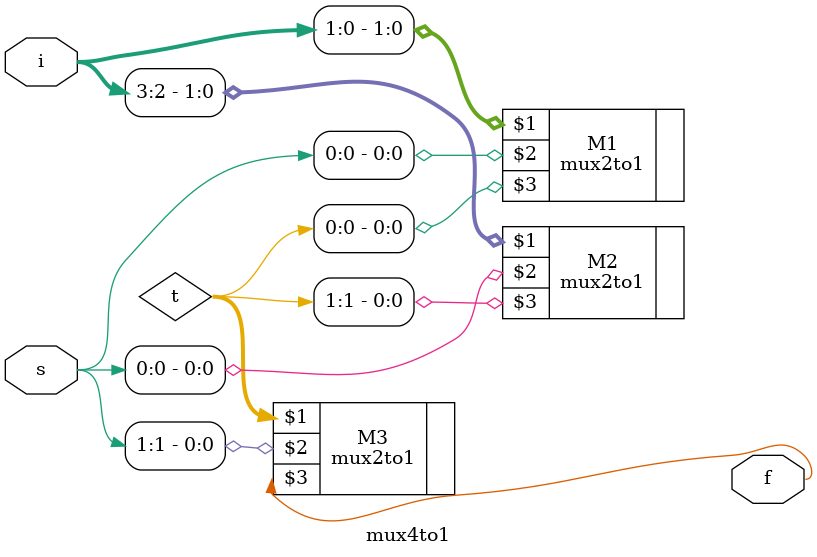
<source format=v>
`timescale 1ns / 1ps
module mux4to1(
    input [3:0] i,
    input [1:0] s,
    output f
    );
	 wire [1:0] t;
	 
	 mux2to1 M1(i[1:0], s[0], t[0]);
	 mux2to1 M2(i[3:2], s[0], t[1]);
	 mux2to1 M3(t[1:0], s[1], f);

endmodule

</source>
